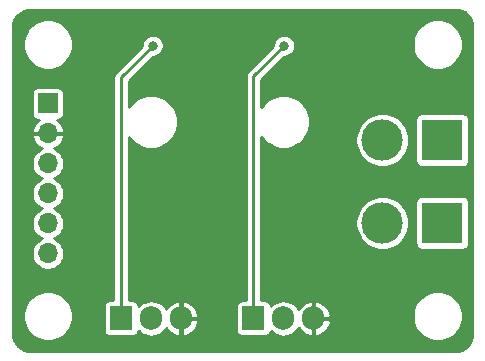
<source format=gbr>
G04 #@! TF.GenerationSoftware,KiCad,Pcbnew,(5.1.5)-3*
G04 #@! TF.CreationDate,2020-04-12T00:57:34+02:00*
G04 #@! TF.ProjectId,schinkli_pumps,73636869-6e6b-46c6-995f-70756d70732e,rev?*
G04 #@! TF.SameCoordinates,Original*
G04 #@! TF.FileFunction,Copper,L2,Bot*
G04 #@! TF.FilePolarity,Positive*
%FSLAX46Y46*%
G04 Gerber Fmt 4.6, Leading zero omitted, Abs format (unit mm)*
G04 Created by KiCad (PCBNEW (5.1.5)-3) date 2020-04-12 00:57:34*
%MOMM*%
%LPD*%
G04 APERTURE LIST*
%ADD10O,1.700000X1.700000*%
%ADD11R,1.700000X1.700000*%
%ADD12C,3.500120*%
%ADD13R,3.500120X3.500120*%
%ADD14O,1.905000X2.000000*%
%ADD15R,1.905000X2.000000*%
%ADD16C,0.800000*%
%ADD17C,0.250000*%
%ADD18C,0.254000*%
G04 APERTURE END LIST*
D10*
X53500000Y-121200000D03*
X53500000Y-118660000D03*
X53500000Y-116120000D03*
X53500000Y-113580000D03*
X53500000Y-111040000D03*
D11*
X53500000Y-108500000D03*
D12*
X81820000Y-118600000D03*
D13*
X86900000Y-118600000D03*
D12*
X81820000Y-111600000D03*
D13*
X86900000Y-111600000D03*
D14*
X75980000Y-126700000D03*
X73440000Y-126700000D03*
D15*
X70900000Y-126700000D03*
D14*
X64780000Y-126700000D03*
X62240000Y-126700000D03*
D15*
X59700000Y-126700000D03*
D16*
X75000000Y-107188000D03*
X75184000Y-117000000D03*
X77216000Y-107188000D03*
X77216000Y-109000000D03*
X66040000Y-109000000D03*
X66040000Y-111000000D03*
X63500000Y-113000000D03*
X60960000Y-113000000D03*
X60960000Y-115000000D03*
X63500000Y-115000000D03*
X75184000Y-115500000D03*
X77216000Y-115500000D03*
X77216000Y-111000000D03*
X62382400Y-103606600D03*
X73507600Y-103606600D03*
D17*
X59700000Y-106289000D02*
X59700000Y-126700000D01*
X62382400Y-103606600D02*
X59700000Y-106289000D01*
X70900000Y-106214200D02*
X70900000Y-126700000D01*
X73507600Y-103606600D02*
X70900000Y-106214200D01*
D18*
G36*
X88280737Y-100582173D02*
G01*
X88550779Y-100663704D01*
X88799845Y-100796134D01*
X89018444Y-100974420D01*
X89198254Y-101191772D01*
X89332416Y-101439900D01*
X89415832Y-101709374D01*
X89448000Y-102015432D01*
X89448001Y-127972997D01*
X89417827Y-128280733D01*
X89336297Y-128550778D01*
X89203863Y-128799848D01*
X89025582Y-129018442D01*
X88808228Y-129198254D01*
X88560100Y-129332416D01*
X88290626Y-129415832D01*
X87984568Y-129448000D01*
X52026992Y-129448000D01*
X51719267Y-129417827D01*
X51449222Y-129336297D01*
X51200152Y-129203863D01*
X50981558Y-129025582D01*
X50801746Y-128808228D01*
X50667584Y-128560100D01*
X50584168Y-128290626D01*
X50552000Y-127984568D01*
X50552000Y-126290509D01*
X51373000Y-126290509D01*
X51373000Y-126709491D01*
X51454739Y-127120423D01*
X51615077Y-127507512D01*
X51847851Y-127855884D01*
X52144116Y-128152149D01*
X52492488Y-128384923D01*
X52879577Y-128545261D01*
X53290509Y-128627000D01*
X53709491Y-128627000D01*
X54120423Y-128545261D01*
X54507512Y-128384923D01*
X54855884Y-128152149D01*
X55152149Y-127855884D01*
X55384923Y-127507512D01*
X55545261Y-127120423D01*
X55627000Y-126709491D01*
X55627000Y-126290509D01*
X55545261Y-125879577D01*
X55470878Y-125700000D01*
X58217951Y-125700000D01*
X58217951Y-127700000D01*
X58228126Y-127803310D01*
X58258261Y-127902650D01*
X58307196Y-127994202D01*
X58373052Y-128074448D01*
X58453298Y-128140304D01*
X58544850Y-128189239D01*
X58644190Y-128219374D01*
X58747500Y-128229549D01*
X60652500Y-128229549D01*
X60755810Y-128219374D01*
X60855150Y-128189239D01*
X60946702Y-128140304D01*
X61026948Y-128074448D01*
X61092804Y-127994202D01*
X61141739Y-127902650D01*
X61171874Y-127803310D01*
X61174088Y-127780831D01*
X61188774Y-127798726D01*
X61414058Y-127983611D01*
X61671082Y-128120993D01*
X61949968Y-128205592D01*
X62240000Y-128234158D01*
X62530033Y-128205592D01*
X62808919Y-128120993D01*
X63065943Y-127983611D01*
X63291226Y-127798726D01*
X63476111Y-127573442D01*
X63513191Y-127504070D01*
X63532378Y-127541951D01*
X63711340Y-127770085D01*
X63931370Y-127958922D01*
X64184013Y-128101204D01*
X64459559Y-128191464D01*
X64476736Y-128195585D01*
X64707000Y-128093272D01*
X64707000Y-126773000D01*
X64853000Y-126773000D01*
X64853000Y-128093272D01*
X65083264Y-128195585D01*
X65100441Y-128191464D01*
X65375987Y-128101204D01*
X65628630Y-127958922D01*
X65848660Y-127770085D01*
X66027622Y-127541951D01*
X66158639Y-127283287D01*
X66236676Y-127004033D01*
X66127122Y-126773000D01*
X64853000Y-126773000D01*
X64707000Y-126773000D01*
X64687000Y-126773000D01*
X64687000Y-126627000D01*
X64707000Y-126627000D01*
X64707000Y-125306728D01*
X64853000Y-125306728D01*
X64853000Y-126627000D01*
X66127122Y-126627000D01*
X66236676Y-126395967D01*
X66158639Y-126116713D01*
X66027622Y-125858049D01*
X65903639Y-125700000D01*
X69417951Y-125700000D01*
X69417951Y-127700000D01*
X69428126Y-127803310D01*
X69458261Y-127902650D01*
X69507196Y-127994202D01*
X69573052Y-128074448D01*
X69653298Y-128140304D01*
X69744850Y-128189239D01*
X69844190Y-128219374D01*
X69947500Y-128229549D01*
X71852500Y-128229549D01*
X71955810Y-128219374D01*
X72055150Y-128189239D01*
X72146702Y-128140304D01*
X72226948Y-128074448D01*
X72292804Y-127994202D01*
X72341739Y-127902650D01*
X72371874Y-127803310D01*
X72374088Y-127780831D01*
X72388774Y-127798726D01*
X72614058Y-127983611D01*
X72871082Y-128120993D01*
X73149968Y-128205592D01*
X73440000Y-128234158D01*
X73730033Y-128205592D01*
X74008919Y-128120993D01*
X74265943Y-127983611D01*
X74491226Y-127798726D01*
X74676111Y-127573442D01*
X74713191Y-127504070D01*
X74732378Y-127541951D01*
X74911340Y-127770085D01*
X75131370Y-127958922D01*
X75384013Y-128101204D01*
X75659559Y-128191464D01*
X75676736Y-128195585D01*
X75907000Y-128093272D01*
X75907000Y-126773000D01*
X76053000Y-126773000D01*
X76053000Y-128093272D01*
X76283264Y-128195585D01*
X76300441Y-128191464D01*
X76575987Y-128101204D01*
X76828630Y-127958922D01*
X77048660Y-127770085D01*
X77227622Y-127541951D01*
X77358639Y-127283287D01*
X77436676Y-127004033D01*
X77327122Y-126773000D01*
X76053000Y-126773000D01*
X75907000Y-126773000D01*
X75887000Y-126773000D01*
X75887000Y-126627000D01*
X75907000Y-126627000D01*
X75907000Y-125306728D01*
X76053000Y-125306728D01*
X76053000Y-126627000D01*
X77327122Y-126627000D01*
X77436676Y-126395967D01*
X77407206Y-126290509D01*
X84373000Y-126290509D01*
X84373000Y-126709491D01*
X84454739Y-127120423D01*
X84615077Y-127507512D01*
X84847851Y-127855884D01*
X85144116Y-128152149D01*
X85492488Y-128384923D01*
X85879577Y-128545261D01*
X86290509Y-128627000D01*
X86709491Y-128627000D01*
X87120423Y-128545261D01*
X87507512Y-128384923D01*
X87855884Y-128152149D01*
X88152149Y-127855884D01*
X88384923Y-127507512D01*
X88545261Y-127120423D01*
X88627000Y-126709491D01*
X88627000Y-126290509D01*
X88545261Y-125879577D01*
X88384923Y-125492488D01*
X88152149Y-125144116D01*
X87855884Y-124847851D01*
X87507512Y-124615077D01*
X87120423Y-124454739D01*
X86709491Y-124373000D01*
X86290509Y-124373000D01*
X85879577Y-124454739D01*
X85492488Y-124615077D01*
X85144116Y-124847851D01*
X84847851Y-125144116D01*
X84615077Y-125492488D01*
X84454739Y-125879577D01*
X84373000Y-126290509D01*
X77407206Y-126290509D01*
X77358639Y-126116713D01*
X77227622Y-125858049D01*
X77048660Y-125629915D01*
X76828630Y-125441078D01*
X76575987Y-125298796D01*
X76300441Y-125208536D01*
X76283264Y-125204415D01*
X76053000Y-125306728D01*
X75907000Y-125306728D01*
X75676736Y-125204415D01*
X75659559Y-125208536D01*
X75384013Y-125298796D01*
X75131370Y-125441078D01*
X74911340Y-125629915D01*
X74732378Y-125858049D01*
X74713191Y-125895929D01*
X74676111Y-125826557D01*
X74491226Y-125601274D01*
X74265942Y-125416389D01*
X74008918Y-125279007D01*
X73730032Y-125194408D01*
X73440000Y-125165842D01*
X73149967Y-125194408D01*
X72871081Y-125279007D01*
X72614057Y-125416389D01*
X72388774Y-125601274D01*
X72374088Y-125619169D01*
X72371874Y-125596690D01*
X72341739Y-125497350D01*
X72292804Y-125405798D01*
X72226948Y-125325552D01*
X72146702Y-125259696D01*
X72055150Y-125210761D01*
X71955810Y-125180626D01*
X71852500Y-125170451D01*
X71552000Y-125170451D01*
X71552000Y-118375729D01*
X79542940Y-118375729D01*
X79542940Y-118824271D01*
X79630446Y-119264194D01*
X79802095Y-119678593D01*
X80051292Y-120051541D01*
X80368459Y-120368708D01*
X80741407Y-120617905D01*
X81155806Y-120789554D01*
X81595729Y-120877060D01*
X82044271Y-120877060D01*
X82484194Y-120789554D01*
X82898593Y-120617905D01*
X83271541Y-120368708D01*
X83588708Y-120051541D01*
X83837905Y-119678593D01*
X84009554Y-119264194D01*
X84097060Y-118824271D01*
X84097060Y-118375729D01*
X84009554Y-117935806D01*
X83837905Y-117521407D01*
X83588708Y-117148459D01*
X83290189Y-116849940D01*
X84620391Y-116849940D01*
X84620391Y-120350060D01*
X84630566Y-120453370D01*
X84660701Y-120552710D01*
X84709636Y-120644262D01*
X84775492Y-120724508D01*
X84855738Y-120790364D01*
X84947290Y-120839299D01*
X85046630Y-120869434D01*
X85149940Y-120879609D01*
X88650060Y-120879609D01*
X88753370Y-120869434D01*
X88852710Y-120839299D01*
X88944262Y-120790364D01*
X89024508Y-120724508D01*
X89090364Y-120644262D01*
X89139299Y-120552710D01*
X89169434Y-120453370D01*
X89179609Y-120350060D01*
X89179609Y-116849940D01*
X89169434Y-116746630D01*
X89139299Y-116647290D01*
X89090364Y-116555738D01*
X89024508Y-116475492D01*
X88944262Y-116409636D01*
X88852710Y-116360701D01*
X88753370Y-116330566D01*
X88650060Y-116320391D01*
X85149940Y-116320391D01*
X85046630Y-116330566D01*
X84947290Y-116360701D01*
X84855738Y-116409636D01*
X84775492Y-116475492D01*
X84709636Y-116555738D01*
X84660701Y-116647290D01*
X84630566Y-116746630D01*
X84620391Y-116849940D01*
X83290189Y-116849940D01*
X83271541Y-116831292D01*
X82898593Y-116582095D01*
X82484194Y-116410446D01*
X82044271Y-116322940D01*
X81595729Y-116322940D01*
X81155806Y-116410446D01*
X80741407Y-116582095D01*
X80368459Y-116831292D01*
X80051292Y-117148459D01*
X79802095Y-117521407D01*
X79630446Y-117935806D01*
X79542940Y-118375729D01*
X71552000Y-118375729D01*
X71552000Y-111312900D01*
X71671339Y-111491503D01*
X71988497Y-111808661D01*
X72361436Y-112057851D01*
X72775824Y-112229496D01*
X73215735Y-112317000D01*
X73664265Y-112317000D01*
X74104176Y-112229496D01*
X74518564Y-112057851D01*
X74891503Y-111808661D01*
X75208661Y-111491503D01*
X75286018Y-111375729D01*
X79542940Y-111375729D01*
X79542940Y-111824271D01*
X79630446Y-112264194D01*
X79802095Y-112678593D01*
X80051292Y-113051541D01*
X80368459Y-113368708D01*
X80741407Y-113617905D01*
X81155806Y-113789554D01*
X81595729Y-113877060D01*
X82044271Y-113877060D01*
X82484194Y-113789554D01*
X82898593Y-113617905D01*
X83271541Y-113368708D01*
X83588708Y-113051541D01*
X83837905Y-112678593D01*
X84009554Y-112264194D01*
X84097060Y-111824271D01*
X84097060Y-111375729D01*
X84009554Y-110935806D01*
X83837905Y-110521407D01*
X83588708Y-110148459D01*
X83290189Y-109849940D01*
X84620391Y-109849940D01*
X84620391Y-113350060D01*
X84630566Y-113453370D01*
X84660701Y-113552710D01*
X84709636Y-113644262D01*
X84775492Y-113724508D01*
X84855738Y-113790364D01*
X84947290Y-113839299D01*
X85046630Y-113869434D01*
X85149940Y-113879609D01*
X88650060Y-113879609D01*
X88753370Y-113869434D01*
X88852710Y-113839299D01*
X88944262Y-113790364D01*
X89024508Y-113724508D01*
X89090364Y-113644262D01*
X89139299Y-113552710D01*
X89169434Y-113453370D01*
X89179609Y-113350060D01*
X89179609Y-109849940D01*
X89169434Y-109746630D01*
X89139299Y-109647290D01*
X89090364Y-109555738D01*
X89024508Y-109475492D01*
X88944262Y-109409636D01*
X88852710Y-109360701D01*
X88753370Y-109330566D01*
X88650060Y-109320391D01*
X85149940Y-109320391D01*
X85046630Y-109330566D01*
X84947290Y-109360701D01*
X84855738Y-109409636D01*
X84775492Y-109475492D01*
X84709636Y-109555738D01*
X84660701Y-109647290D01*
X84630566Y-109746630D01*
X84620391Y-109849940D01*
X83290189Y-109849940D01*
X83271541Y-109831292D01*
X82898593Y-109582095D01*
X82484194Y-109410446D01*
X82044271Y-109322940D01*
X81595729Y-109322940D01*
X81155806Y-109410446D01*
X80741407Y-109582095D01*
X80368459Y-109831292D01*
X80051292Y-110148459D01*
X79802095Y-110521407D01*
X79630446Y-110935806D01*
X79542940Y-111375729D01*
X75286018Y-111375729D01*
X75457851Y-111118564D01*
X75629496Y-110704176D01*
X75717000Y-110264265D01*
X75717000Y-109815735D01*
X75629496Y-109375824D01*
X75457851Y-108961436D01*
X75208661Y-108588497D01*
X74891503Y-108271339D01*
X74518564Y-108022149D01*
X74104176Y-107850504D01*
X73664265Y-107763000D01*
X73215735Y-107763000D01*
X72775824Y-107850504D01*
X72361436Y-108022149D01*
X71988497Y-108271339D01*
X71671339Y-108588497D01*
X71552000Y-108767100D01*
X71552000Y-106484266D01*
X73502667Y-104533600D01*
X73598901Y-104533600D01*
X73777996Y-104497976D01*
X73946699Y-104428096D01*
X74098528Y-104326648D01*
X74227648Y-104197528D01*
X74329096Y-104045699D01*
X74398976Y-103876996D01*
X74434600Y-103697901D01*
X74434600Y-103515299D01*
X74398976Y-103336204D01*
X74380049Y-103290509D01*
X84373000Y-103290509D01*
X84373000Y-103709491D01*
X84454739Y-104120423D01*
X84615077Y-104507512D01*
X84847851Y-104855884D01*
X85144116Y-105152149D01*
X85492488Y-105384923D01*
X85879577Y-105545261D01*
X86290509Y-105627000D01*
X86709491Y-105627000D01*
X87120423Y-105545261D01*
X87507512Y-105384923D01*
X87855884Y-105152149D01*
X88152149Y-104855884D01*
X88384923Y-104507512D01*
X88545261Y-104120423D01*
X88627000Y-103709491D01*
X88627000Y-103290509D01*
X88545261Y-102879577D01*
X88384923Y-102492488D01*
X88152149Y-102144116D01*
X87855884Y-101847851D01*
X87507512Y-101615077D01*
X87120423Y-101454739D01*
X86709491Y-101373000D01*
X86290509Y-101373000D01*
X85879577Y-101454739D01*
X85492488Y-101615077D01*
X85144116Y-101847851D01*
X84847851Y-102144116D01*
X84615077Y-102492488D01*
X84454739Y-102879577D01*
X84373000Y-103290509D01*
X74380049Y-103290509D01*
X74329096Y-103167501D01*
X74227648Y-103015672D01*
X74098528Y-102886552D01*
X73946699Y-102785104D01*
X73777996Y-102715224D01*
X73598901Y-102679600D01*
X73416299Y-102679600D01*
X73237204Y-102715224D01*
X73068501Y-102785104D01*
X72916672Y-102886552D01*
X72787552Y-103015672D01*
X72686104Y-103167501D01*
X72616224Y-103336204D01*
X72580600Y-103515299D01*
X72580600Y-103611533D01*
X70461619Y-105730515D01*
X70436736Y-105750936D01*
X70355259Y-105850217D01*
X70315278Y-105925017D01*
X70294717Y-105963484D01*
X70257435Y-106086386D01*
X70244846Y-106214200D01*
X70248000Y-106246222D01*
X70248001Y-125170451D01*
X69947500Y-125170451D01*
X69844190Y-125180626D01*
X69744850Y-125210761D01*
X69653298Y-125259696D01*
X69573052Y-125325552D01*
X69507196Y-125405798D01*
X69458261Y-125497350D01*
X69428126Y-125596690D01*
X69417951Y-125700000D01*
X65903639Y-125700000D01*
X65848660Y-125629915D01*
X65628630Y-125441078D01*
X65375987Y-125298796D01*
X65100441Y-125208536D01*
X65083264Y-125204415D01*
X64853000Y-125306728D01*
X64707000Y-125306728D01*
X64476736Y-125204415D01*
X64459559Y-125208536D01*
X64184013Y-125298796D01*
X63931370Y-125441078D01*
X63711340Y-125629915D01*
X63532378Y-125858049D01*
X63513191Y-125895929D01*
X63476111Y-125826557D01*
X63291226Y-125601274D01*
X63065942Y-125416389D01*
X62808918Y-125279007D01*
X62530032Y-125194408D01*
X62240000Y-125165842D01*
X61949967Y-125194408D01*
X61671081Y-125279007D01*
X61414057Y-125416389D01*
X61188774Y-125601274D01*
X61174088Y-125619169D01*
X61171874Y-125596690D01*
X61141739Y-125497350D01*
X61092804Y-125405798D01*
X61026948Y-125325552D01*
X60946702Y-125259696D01*
X60855150Y-125210761D01*
X60755810Y-125180626D01*
X60652500Y-125170451D01*
X60352000Y-125170451D01*
X60352000Y-111312900D01*
X60471339Y-111491503D01*
X60788497Y-111808661D01*
X61161436Y-112057851D01*
X61575824Y-112229496D01*
X62015735Y-112317000D01*
X62464265Y-112317000D01*
X62904176Y-112229496D01*
X63318564Y-112057851D01*
X63691503Y-111808661D01*
X64008661Y-111491503D01*
X64257851Y-111118564D01*
X64429496Y-110704176D01*
X64517000Y-110264265D01*
X64517000Y-109815735D01*
X64429496Y-109375824D01*
X64257851Y-108961436D01*
X64008661Y-108588497D01*
X63691503Y-108271339D01*
X63318564Y-108022149D01*
X62904176Y-107850504D01*
X62464265Y-107763000D01*
X62015735Y-107763000D01*
X61575824Y-107850504D01*
X61161436Y-108022149D01*
X60788497Y-108271339D01*
X60471339Y-108588497D01*
X60352000Y-108767100D01*
X60352000Y-106559066D01*
X62377467Y-104533600D01*
X62473701Y-104533600D01*
X62652796Y-104497976D01*
X62821499Y-104428096D01*
X62973328Y-104326648D01*
X63102448Y-104197528D01*
X63203896Y-104045699D01*
X63273776Y-103876996D01*
X63309400Y-103697901D01*
X63309400Y-103515299D01*
X63273776Y-103336204D01*
X63203896Y-103167501D01*
X63102448Y-103015672D01*
X62973328Y-102886552D01*
X62821499Y-102785104D01*
X62652796Y-102715224D01*
X62473701Y-102679600D01*
X62291099Y-102679600D01*
X62112004Y-102715224D01*
X61943301Y-102785104D01*
X61791472Y-102886552D01*
X61662352Y-103015672D01*
X61560904Y-103167501D01*
X61491024Y-103336204D01*
X61455400Y-103515299D01*
X61455400Y-103611533D01*
X59261619Y-105805315D01*
X59236736Y-105825736D01*
X59155259Y-105925017D01*
X59094718Y-106038283D01*
X59094717Y-106038284D01*
X59057435Y-106161186D01*
X59044846Y-106289000D01*
X59048000Y-106321022D01*
X59048001Y-125170451D01*
X58747500Y-125170451D01*
X58644190Y-125180626D01*
X58544850Y-125210761D01*
X58453298Y-125259696D01*
X58373052Y-125325552D01*
X58307196Y-125405798D01*
X58258261Y-125497350D01*
X58228126Y-125596690D01*
X58217951Y-125700000D01*
X55470878Y-125700000D01*
X55384923Y-125492488D01*
X55152149Y-125144116D01*
X54855884Y-124847851D01*
X54507512Y-124615077D01*
X54120423Y-124454739D01*
X53709491Y-124373000D01*
X53290509Y-124373000D01*
X52879577Y-124454739D01*
X52492488Y-124615077D01*
X52144116Y-124847851D01*
X51847851Y-125144116D01*
X51615077Y-125492488D01*
X51454739Y-125879577D01*
X51373000Y-126290509D01*
X50552000Y-126290509D01*
X50552000Y-113444377D01*
X52123000Y-113444377D01*
X52123000Y-113715623D01*
X52175917Y-113981656D01*
X52279718Y-114232254D01*
X52430414Y-114457787D01*
X52622213Y-114649586D01*
X52847746Y-114800282D01*
X52967776Y-114850000D01*
X52847746Y-114899718D01*
X52622213Y-115050414D01*
X52430414Y-115242213D01*
X52279718Y-115467746D01*
X52175917Y-115718344D01*
X52123000Y-115984377D01*
X52123000Y-116255623D01*
X52175917Y-116521656D01*
X52279718Y-116772254D01*
X52430414Y-116997787D01*
X52622213Y-117189586D01*
X52847746Y-117340282D01*
X52967776Y-117390000D01*
X52847746Y-117439718D01*
X52622213Y-117590414D01*
X52430414Y-117782213D01*
X52279718Y-118007746D01*
X52175917Y-118258344D01*
X52123000Y-118524377D01*
X52123000Y-118795623D01*
X52175917Y-119061656D01*
X52279718Y-119312254D01*
X52430414Y-119537787D01*
X52622213Y-119729586D01*
X52847746Y-119880282D01*
X52967776Y-119930000D01*
X52847746Y-119979718D01*
X52622213Y-120130414D01*
X52430414Y-120322213D01*
X52279718Y-120547746D01*
X52175917Y-120798344D01*
X52123000Y-121064377D01*
X52123000Y-121335623D01*
X52175917Y-121601656D01*
X52279718Y-121852254D01*
X52430414Y-122077787D01*
X52622213Y-122269586D01*
X52847746Y-122420282D01*
X53098344Y-122524083D01*
X53364377Y-122577000D01*
X53635623Y-122577000D01*
X53901656Y-122524083D01*
X54152254Y-122420282D01*
X54377787Y-122269586D01*
X54569586Y-122077787D01*
X54720282Y-121852254D01*
X54824083Y-121601656D01*
X54877000Y-121335623D01*
X54877000Y-121064377D01*
X54824083Y-120798344D01*
X54720282Y-120547746D01*
X54569586Y-120322213D01*
X54377787Y-120130414D01*
X54152254Y-119979718D01*
X54032224Y-119930000D01*
X54152254Y-119880282D01*
X54377787Y-119729586D01*
X54569586Y-119537787D01*
X54720282Y-119312254D01*
X54824083Y-119061656D01*
X54877000Y-118795623D01*
X54877000Y-118524377D01*
X54824083Y-118258344D01*
X54720282Y-118007746D01*
X54569586Y-117782213D01*
X54377787Y-117590414D01*
X54152254Y-117439718D01*
X54032224Y-117390000D01*
X54152254Y-117340282D01*
X54377787Y-117189586D01*
X54569586Y-116997787D01*
X54720282Y-116772254D01*
X54824083Y-116521656D01*
X54877000Y-116255623D01*
X54877000Y-115984377D01*
X54824083Y-115718344D01*
X54720282Y-115467746D01*
X54569586Y-115242213D01*
X54377787Y-115050414D01*
X54152254Y-114899718D01*
X54032224Y-114850000D01*
X54152254Y-114800282D01*
X54377787Y-114649586D01*
X54569586Y-114457787D01*
X54720282Y-114232254D01*
X54824083Y-113981656D01*
X54877000Y-113715623D01*
X54877000Y-113444377D01*
X54824083Y-113178344D01*
X54720282Y-112927746D01*
X54569586Y-112702213D01*
X54377787Y-112510414D01*
X54152254Y-112359718D01*
X54030441Y-112309261D01*
X54044422Y-112304809D01*
X54280713Y-112174295D01*
X54487002Y-112000190D01*
X54655361Y-111789186D01*
X54779320Y-111549391D01*
X54846715Y-111327209D01*
X54743108Y-111113000D01*
X53573000Y-111113000D01*
X53573000Y-111133000D01*
X53427000Y-111133000D01*
X53427000Y-111113000D01*
X52256892Y-111113000D01*
X52153285Y-111327209D01*
X52220680Y-111549391D01*
X52344639Y-111789186D01*
X52512998Y-112000190D01*
X52719287Y-112174295D01*
X52955578Y-112304809D01*
X52969559Y-112309261D01*
X52847746Y-112359718D01*
X52622213Y-112510414D01*
X52430414Y-112702213D01*
X52279718Y-112927746D01*
X52175917Y-113178344D01*
X52123000Y-113444377D01*
X50552000Y-113444377D01*
X50552000Y-107650000D01*
X52120451Y-107650000D01*
X52120451Y-109350000D01*
X52130626Y-109453310D01*
X52160761Y-109552650D01*
X52209696Y-109644202D01*
X52275552Y-109724448D01*
X52355798Y-109790304D01*
X52447350Y-109839239D01*
X52546690Y-109869374D01*
X52650000Y-109879549D01*
X52766642Y-109879549D01*
X52719287Y-109905705D01*
X52512998Y-110079810D01*
X52344639Y-110290814D01*
X52220680Y-110530609D01*
X52153285Y-110752791D01*
X52256892Y-110967000D01*
X53427000Y-110967000D01*
X53427000Y-110947000D01*
X53573000Y-110947000D01*
X53573000Y-110967000D01*
X54743108Y-110967000D01*
X54846715Y-110752791D01*
X54779320Y-110530609D01*
X54655361Y-110290814D01*
X54487002Y-110079810D01*
X54280713Y-109905705D01*
X54233358Y-109879549D01*
X54350000Y-109879549D01*
X54453310Y-109869374D01*
X54552650Y-109839239D01*
X54644202Y-109790304D01*
X54724448Y-109724448D01*
X54790304Y-109644202D01*
X54839239Y-109552650D01*
X54869374Y-109453310D01*
X54879549Y-109350000D01*
X54879549Y-107650000D01*
X54869374Y-107546690D01*
X54839239Y-107447350D01*
X54790304Y-107355798D01*
X54724448Y-107275552D01*
X54644202Y-107209696D01*
X54552650Y-107160761D01*
X54453310Y-107130626D01*
X54350000Y-107120451D01*
X52650000Y-107120451D01*
X52546690Y-107130626D01*
X52447350Y-107160761D01*
X52355798Y-107209696D01*
X52275552Y-107275552D01*
X52209696Y-107355798D01*
X52160761Y-107447350D01*
X52130626Y-107546690D01*
X52120451Y-107650000D01*
X50552000Y-107650000D01*
X50552000Y-103290509D01*
X51373000Y-103290509D01*
X51373000Y-103709491D01*
X51454739Y-104120423D01*
X51615077Y-104507512D01*
X51847851Y-104855884D01*
X52144116Y-105152149D01*
X52492488Y-105384923D01*
X52879577Y-105545261D01*
X53290509Y-105627000D01*
X53709491Y-105627000D01*
X54120423Y-105545261D01*
X54507512Y-105384923D01*
X54855884Y-105152149D01*
X55152149Y-104855884D01*
X55384923Y-104507512D01*
X55545261Y-104120423D01*
X55627000Y-103709491D01*
X55627000Y-103290509D01*
X55545261Y-102879577D01*
X55384923Y-102492488D01*
X55152149Y-102144116D01*
X54855884Y-101847851D01*
X54507512Y-101615077D01*
X54120423Y-101454739D01*
X53709491Y-101373000D01*
X53290509Y-101373000D01*
X52879577Y-101454739D01*
X52492488Y-101615077D01*
X52144116Y-101847851D01*
X51847851Y-102144116D01*
X51615077Y-102492488D01*
X51454739Y-102879577D01*
X51373000Y-103290509D01*
X50552000Y-103290509D01*
X50552000Y-102026992D01*
X50582173Y-101719263D01*
X50663704Y-101449221D01*
X50796134Y-101200155D01*
X50974420Y-100981556D01*
X51191772Y-100801746D01*
X51439900Y-100667584D01*
X51709374Y-100584168D01*
X52015432Y-100552000D01*
X87973008Y-100552000D01*
X88280737Y-100582173D01*
G37*
X88280737Y-100582173D02*
X88550779Y-100663704D01*
X88799845Y-100796134D01*
X89018444Y-100974420D01*
X89198254Y-101191772D01*
X89332416Y-101439900D01*
X89415832Y-101709374D01*
X89448000Y-102015432D01*
X89448001Y-127972997D01*
X89417827Y-128280733D01*
X89336297Y-128550778D01*
X89203863Y-128799848D01*
X89025582Y-129018442D01*
X88808228Y-129198254D01*
X88560100Y-129332416D01*
X88290626Y-129415832D01*
X87984568Y-129448000D01*
X52026992Y-129448000D01*
X51719267Y-129417827D01*
X51449222Y-129336297D01*
X51200152Y-129203863D01*
X50981558Y-129025582D01*
X50801746Y-128808228D01*
X50667584Y-128560100D01*
X50584168Y-128290626D01*
X50552000Y-127984568D01*
X50552000Y-126290509D01*
X51373000Y-126290509D01*
X51373000Y-126709491D01*
X51454739Y-127120423D01*
X51615077Y-127507512D01*
X51847851Y-127855884D01*
X52144116Y-128152149D01*
X52492488Y-128384923D01*
X52879577Y-128545261D01*
X53290509Y-128627000D01*
X53709491Y-128627000D01*
X54120423Y-128545261D01*
X54507512Y-128384923D01*
X54855884Y-128152149D01*
X55152149Y-127855884D01*
X55384923Y-127507512D01*
X55545261Y-127120423D01*
X55627000Y-126709491D01*
X55627000Y-126290509D01*
X55545261Y-125879577D01*
X55470878Y-125700000D01*
X58217951Y-125700000D01*
X58217951Y-127700000D01*
X58228126Y-127803310D01*
X58258261Y-127902650D01*
X58307196Y-127994202D01*
X58373052Y-128074448D01*
X58453298Y-128140304D01*
X58544850Y-128189239D01*
X58644190Y-128219374D01*
X58747500Y-128229549D01*
X60652500Y-128229549D01*
X60755810Y-128219374D01*
X60855150Y-128189239D01*
X60946702Y-128140304D01*
X61026948Y-128074448D01*
X61092804Y-127994202D01*
X61141739Y-127902650D01*
X61171874Y-127803310D01*
X61174088Y-127780831D01*
X61188774Y-127798726D01*
X61414058Y-127983611D01*
X61671082Y-128120993D01*
X61949968Y-128205592D01*
X62240000Y-128234158D01*
X62530033Y-128205592D01*
X62808919Y-128120993D01*
X63065943Y-127983611D01*
X63291226Y-127798726D01*
X63476111Y-127573442D01*
X63513191Y-127504070D01*
X63532378Y-127541951D01*
X63711340Y-127770085D01*
X63931370Y-127958922D01*
X64184013Y-128101204D01*
X64459559Y-128191464D01*
X64476736Y-128195585D01*
X64707000Y-128093272D01*
X64707000Y-126773000D01*
X64853000Y-126773000D01*
X64853000Y-128093272D01*
X65083264Y-128195585D01*
X65100441Y-128191464D01*
X65375987Y-128101204D01*
X65628630Y-127958922D01*
X65848660Y-127770085D01*
X66027622Y-127541951D01*
X66158639Y-127283287D01*
X66236676Y-127004033D01*
X66127122Y-126773000D01*
X64853000Y-126773000D01*
X64707000Y-126773000D01*
X64687000Y-126773000D01*
X64687000Y-126627000D01*
X64707000Y-126627000D01*
X64707000Y-125306728D01*
X64853000Y-125306728D01*
X64853000Y-126627000D01*
X66127122Y-126627000D01*
X66236676Y-126395967D01*
X66158639Y-126116713D01*
X66027622Y-125858049D01*
X65903639Y-125700000D01*
X69417951Y-125700000D01*
X69417951Y-127700000D01*
X69428126Y-127803310D01*
X69458261Y-127902650D01*
X69507196Y-127994202D01*
X69573052Y-128074448D01*
X69653298Y-128140304D01*
X69744850Y-128189239D01*
X69844190Y-128219374D01*
X69947500Y-128229549D01*
X71852500Y-128229549D01*
X71955810Y-128219374D01*
X72055150Y-128189239D01*
X72146702Y-128140304D01*
X72226948Y-128074448D01*
X72292804Y-127994202D01*
X72341739Y-127902650D01*
X72371874Y-127803310D01*
X72374088Y-127780831D01*
X72388774Y-127798726D01*
X72614058Y-127983611D01*
X72871082Y-128120993D01*
X73149968Y-128205592D01*
X73440000Y-128234158D01*
X73730033Y-128205592D01*
X74008919Y-128120993D01*
X74265943Y-127983611D01*
X74491226Y-127798726D01*
X74676111Y-127573442D01*
X74713191Y-127504070D01*
X74732378Y-127541951D01*
X74911340Y-127770085D01*
X75131370Y-127958922D01*
X75384013Y-128101204D01*
X75659559Y-128191464D01*
X75676736Y-128195585D01*
X75907000Y-128093272D01*
X75907000Y-126773000D01*
X76053000Y-126773000D01*
X76053000Y-128093272D01*
X76283264Y-128195585D01*
X76300441Y-128191464D01*
X76575987Y-128101204D01*
X76828630Y-127958922D01*
X77048660Y-127770085D01*
X77227622Y-127541951D01*
X77358639Y-127283287D01*
X77436676Y-127004033D01*
X77327122Y-126773000D01*
X76053000Y-126773000D01*
X75907000Y-126773000D01*
X75887000Y-126773000D01*
X75887000Y-126627000D01*
X75907000Y-126627000D01*
X75907000Y-125306728D01*
X76053000Y-125306728D01*
X76053000Y-126627000D01*
X77327122Y-126627000D01*
X77436676Y-126395967D01*
X77407206Y-126290509D01*
X84373000Y-126290509D01*
X84373000Y-126709491D01*
X84454739Y-127120423D01*
X84615077Y-127507512D01*
X84847851Y-127855884D01*
X85144116Y-128152149D01*
X85492488Y-128384923D01*
X85879577Y-128545261D01*
X86290509Y-128627000D01*
X86709491Y-128627000D01*
X87120423Y-128545261D01*
X87507512Y-128384923D01*
X87855884Y-128152149D01*
X88152149Y-127855884D01*
X88384923Y-127507512D01*
X88545261Y-127120423D01*
X88627000Y-126709491D01*
X88627000Y-126290509D01*
X88545261Y-125879577D01*
X88384923Y-125492488D01*
X88152149Y-125144116D01*
X87855884Y-124847851D01*
X87507512Y-124615077D01*
X87120423Y-124454739D01*
X86709491Y-124373000D01*
X86290509Y-124373000D01*
X85879577Y-124454739D01*
X85492488Y-124615077D01*
X85144116Y-124847851D01*
X84847851Y-125144116D01*
X84615077Y-125492488D01*
X84454739Y-125879577D01*
X84373000Y-126290509D01*
X77407206Y-126290509D01*
X77358639Y-126116713D01*
X77227622Y-125858049D01*
X77048660Y-125629915D01*
X76828630Y-125441078D01*
X76575987Y-125298796D01*
X76300441Y-125208536D01*
X76283264Y-125204415D01*
X76053000Y-125306728D01*
X75907000Y-125306728D01*
X75676736Y-125204415D01*
X75659559Y-125208536D01*
X75384013Y-125298796D01*
X75131370Y-125441078D01*
X74911340Y-125629915D01*
X74732378Y-125858049D01*
X74713191Y-125895929D01*
X74676111Y-125826557D01*
X74491226Y-125601274D01*
X74265942Y-125416389D01*
X74008918Y-125279007D01*
X73730032Y-125194408D01*
X73440000Y-125165842D01*
X73149967Y-125194408D01*
X72871081Y-125279007D01*
X72614057Y-125416389D01*
X72388774Y-125601274D01*
X72374088Y-125619169D01*
X72371874Y-125596690D01*
X72341739Y-125497350D01*
X72292804Y-125405798D01*
X72226948Y-125325552D01*
X72146702Y-125259696D01*
X72055150Y-125210761D01*
X71955810Y-125180626D01*
X71852500Y-125170451D01*
X71552000Y-125170451D01*
X71552000Y-118375729D01*
X79542940Y-118375729D01*
X79542940Y-118824271D01*
X79630446Y-119264194D01*
X79802095Y-119678593D01*
X80051292Y-120051541D01*
X80368459Y-120368708D01*
X80741407Y-120617905D01*
X81155806Y-120789554D01*
X81595729Y-120877060D01*
X82044271Y-120877060D01*
X82484194Y-120789554D01*
X82898593Y-120617905D01*
X83271541Y-120368708D01*
X83588708Y-120051541D01*
X83837905Y-119678593D01*
X84009554Y-119264194D01*
X84097060Y-118824271D01*
X84097060Y-118375729D01*
X84009554Y-117935806D01*
X83837905Y-117521407D01*
X83588708Y-117148459D01*
X83290189Y-116849940D01*
X84620391Y-116849940D01*
X84620391Y-120350060D01*
X84630566Y-120453370D01*
X84660701Y-120552710D01*
X84709636Y-120644262D01*
X84775492Y-120724508D01*
X84855738Y-120790364D01*
X84947290Y-120839299D01*
X85046630Y-120869434D01*
X85149940Y-120879609D01*
X88650060Y-120879609D01*
X88753370Y-120869434D01*
X88852710Y-120839299D01*
X88944262Y-120790364D01*
X89024508Y-120724508D01*
X89090364Y-120644262D01*
X89139299Y-120552710D01*
X89169434Y-120453370D01*
X89179609Y-120350060D01*
X89179609Y-116849940D01*
X89169434Y-116746630D01*
X89139299Y-116647290D01*
X89090364Y-116555738D01*
X89024508Y-116475492D01*
X88944262Y-116409636D01*
X88852710Y-116360701D01*
X88753370Y-116330566D01*
X88650060Y-116320391D01*
X85149940Y-116320391D01*
X85046630Y-116330566D01*
X84947290Y-116360701D01*
X84855738Y-116409636D01*
X84775492Y-116475492D01*
X84709636Y-116555738D01*
X84660701Y-116647290D01*
X84630566Y-116746630D01*
X84620391Y-116849940D01*
X83290189Y-116849940D01*
X83271541Y-116831292D01*
X82898593Y-116582095D01*
X82484194Y-116410446D01*
X82044271Y-116322940D01*
X81595729Y-116322940D01*
X81155806Y-116410446D01*
X80741407Y-116582095D01*
X80368459Y-116831292D01*
X80051292Y-117148459D01*
X79802095Y-117521407D01*
X79630446Y-117935806D01*
X79542940Y-118375729D01*
X71552000Y-118375729D01*
X71552000Y-111312900D01*
X71671339Y-111491503D01*
X71988497Y-111808661D01*
X72361436Y-112057851D01*
X72775824Y-112229496D01*
X73215735Y-112317000D01*
X73664265Y-112317000D01*
X74104176Y-112229496D01*
X74518564Y-112057851D01*
X74891503Y-111808661D01*
X75208661Y-111491503D01*
X75286018Y-111375729D01*
X79542940Y-111375729D01*
X79542940Y-111824271D01*
X79630446Y-112264194D01*
X79802095Y-112678593D01*
X80051292Y-113051541D01*
X80368459Y-113368708D01*
X80741407Y-113617905D01*
X81155806Y-113789554D01*
X81595729Y-113877060D01*
X82044271Y-113877060D01*
X82484194Y-113789554D01*
X82898593Y-113617905D01*
X83271541Y-113368708D01*
X83588708Y-113051541D01*
X83837905Y-112678593D01*
X84009554Y-112264194D01*
X84097060Y-111824271D01*
X84097060Y-111375729D01*
X84009554Y-110935806D01*
X83837905Y-110521407D01*
X83588708Y-110148459D01*
X83290189Y-109849940D01*
X84620391Y-109849940D01*
X84620391Y-113350060D01*
X84630566Y-113453370D01*
X84660701Y-113552710D01*
X84709636Y-113644262D01*
X84775492Y-113724508D01*
X84855738Y-113790364D01*
X84947290Y-113839299D01*
X85046630Y-113869434D01*
X85149940Y-113879609D01*
X88650060Y-113879609D01*
X88753370Y-113869434D01*
X88852710Y-113839299D01*
X88944262Y-113790364D01*
X89024508Y-113724508D01*
X89090364Y-113644262D01*
X89139299Y-113552710D01*
X89169434Y-113453370D01*
X89179609Y-113350060D01*
X89179609Y-109849940D01*
X89169434Y-109746630D01*
X89139299Y-109647290D01*
X89090364Y-109555738D01*
X89024508Y-109475492D01*
X88944262Y-109409636D01*
X88852710Y-109360701D01*
X88753370Y-109330566D01*
X88650060Y-109320391D01*
X85149940Y-109320391D01*
X85046630Y-109330566D01*
X84947290Y-109360701D01*
X84855738Y-109409636D01*
X84775492Y-109475492D01*
X84709636Y-109555738D01*
X84660701Y-109647290D01*
X84630566Y-109746630D01*
X84620391Y-109849940D01*
X83290189Y-109849940D01*
X83271541Y-109831292D01*
X82898593Y-109582095D01*
X82484194Y-109410446D01*
X82044271Y-109322940D01*
X81595729Y-109322940D01*
X81155806Y-109410446D01*
X80741407Y-109582095D01*
X80368459Y-109831292D01*
X80051292Y-110148459D01*
X79802095Y-110521407D01*
X79630446Y-110935806D01*
X79542940Y-111375729D01*
X75286018Y-111375729D01*
X75457851Y-111118564D01*
X75629496Y-110704176D01*
X75717000Y-110264265D01*
X75717000Y-109815735D01*
X75629496Y-109375824D01*
X75457851Y-108961436D01*
X75208661Y-108588497D01*
X74891503Y-108271339D01*
X74518564Y-108022149D01*
X74104176Y-107850504D01*
X73664265Y-107763000D01*
X73215735Y-107763000D01*
X72775824Y-107850504D01*
X72361436Y-108022149D01*
X71988497Y-108271339D01*
X71671339Y-108588497D01*
X71552000Y-108767100D01*
X71552000Y-106484266D01*
X73502667Y-104533600D01*
X73598901Y-104533600D01*
X73777996Y-104497976D01*
X73946699Y-104428096D01*
X74098528Y-104326648D01*
X74227648Y-104197528D01*
X74329096Y-104045699D01*
X74398976Y-103876996D01*
X74434600Y-103697901D01*
X74434600Y-103515299D01*
X74398976Y-103336204D01*
X74380049Y-103290509D01*
X84373000Y-103290509D01*
X84373000Y-103709491D01*
X84454739Y-104120423D01*
X84615077Y-104507512D01*
X84847851Y-104855884D01*
X85144116Y-105152149D01*
X85492488Y-105384923D01*
X85879577Y-105545261D01*
X86290509Y-105627000D01*
X86709491Y-105627000D01*
X87120423Y-105545261D01*
X87507512Y-105384923D01*
X87855884Y-105152149D01*
X88152149Y-104855884D01*
X88384923Y-104507512D01*
X88545261Y-104120423D01*
X88627000Y-103709491D01*
X88627000Y-103290509D01*
X88545261Y-102879577D01*
X88384923Y-102492488D01*
X88152149Y-102144116D01*
X87855884Y-101847851D01*
X87507512Y-101615077D01*
X87120423Y-101454739D01*
X86709491Y-101373000D01*
X86290509Y-101373000D01*
X85879577Y-101454739D01*
X85492488Y-101615077D01*
X85144116Y-101847851D01*
X84847851Y-102144116D01*
X84615077Y-102492488D01*
X84454739Y-102879577D01*
X84373000Y-103290509D01*
X74380049Y-103290509D01*
X74329096Y-103167501D01*
X74227648Y-103015672D01*
X74098528Y-102886552D01*
X73946699Y-102785104D01*
X73777996Y-102715224D01*
X73598901Y-102679600D01*
X73416299Y-102679600D01*
X73237204Y-102715224D01*
X73068501Y-102785104D01*
X72916672Y-102886552D01*
X72787552Y-103015672D01*
X72686104Y-103167501D01*
X72616224Y-103336204D01*
X72580600Y-103515299D01*
X72580600Y-103611533D01*
X70461619Y-105730515D01*
X70436736Y-105750936D01*
X70355259Y-105850217D01*
X70315278Y-105925017D01*
X70294717Y-105963484D01*
X70257435Y-106086386D01*
X70244846Y-106214200D01*
X70248000Y-106246222D01*
X70248001Y-125170451D01*
X69947500Y-125170451D01*
X69844190Y-125180626D01*
X69744850Y-125210761D01*
X69653298Y-125259696D01*
X69573052Y-125325552D01*
X69507196Y-125405798D01*
X69458261Y-125497350D01*
X69428126Y-125596690D01*
X69417951Y-125700000D01*
X65903639Y-125700000D01*
X65848660Y-125629915D01*
X65628630Y-125441078D01*
X65375987Y-125298796D01*
X65100441Y-125208536D01*
X65083264Y-125204415D01*
X64853000Y-125306728D01*
X64707000Y-125306728D01*
X64476736Y-125204415D01*
X64459559Y-125208536D01*
X64184013Y-125298796D01*
X63931370Y-125441078D01*
X63711340Y-125629915D01*
X63532378Y-125858049D01*
X63513191Y-125895929D01*
X63476111Y-125826557D01*
X63291226Y-125601274D01*
X63065942Y-125416389D01*
X62808918Y-125279007D01*
X62530032Y-125194408D01*
X62240000Y-125165842D01*
X61949967Y-125194408D01*
X61671081Y-125279007D01*
X61414057Y-125416389D01*
X61188774Y-125601274D01*
X61174088Y-125619169D01*
X61171874Y-125596690D01*
X61141739Y-125497350D01*
X61092804Y-125405798D01*
X61026948Y-125325552D01*
X60946702Y-125259696D01*
X60855150Y-125210761D01*
X60755810Y-125180626D01*
X60652500Y-125170451D01*
X60352000Y-125170451D01*
X60352000Y-111312900D01*
X60471339Y-111491503D01*
X60788497Y-111808661D01*
X61161436Y-112057851D01*
X61575824Y-112229496D01*
X62015735Y-112317000D01*
X62464265Y-112317000D01*
X62904176Y-112229496D01*
X63318564Y-112057851D01*
X63691503Y-111808661D01*
X64008661Y-111491503D01*
X64257851Y-111118564D01*
X64429496Y-110704176D01*
X64517000Y-110264265D01*
X64517000Y-109815735D01*
X64429496Y-109375824D01*
X64257851Y-108961436D01*
X64008661Y-108588497D01*
X63691503Y-108271339D01*
X63318564Y-108022149D01*
X62904176Y-107850504D01*
X62464265Y-107763000D01*
X62015735Y-107763000D01*
X61575824Y-107850504D01*
X61161436Y-108022149D01*
X60788497Y-108271339D01*
X60471339Y-108588497D01*
X60352000Y-108767100D01*
X60352000Y-106559066D01*
X62377467Y-104533600D01*
X62473701Y-104533600D01*
X62652796Y-104497976D01*
X62821499Y-104428096D01*
X62973328Y-104326648D01*
X63102448Y-104197528D01*
X63203896Y-104045699D01*
X63273776Y-103876996D01*
X63309400Y-103697901D01*
X63309400Y-103515299D01*
X63273776Y-103336204D01*
X63203896Y-103167501D01*
X63102448Y-103015672D01*
X62973328Y-102886552D01*
X62821499Y-102785104D01*
X62652796Y-102715224D01*
X62473701Y-102679600D01*
X62291099Y-102679600D01*
X62112004Y-102715224D01*
X61943301Y-102785104D01*
X61791472Y-102886552D01*
X61662352Y-103015672D01*
X61560904Y-103167501D01*
X61491024Y-103336204D01*
X61455400Y-103515299D01*
X61455400Y-103611533D01*
X59261619Y-105805315D01*
X59236736Y-105825736D01*
X59155259Y-105925017D01*
X59094718Y-106038283D01*
X59094717Y-106038284D01*
X59057435Y-106161186D01*
X59044846Y-106289000D01*
X59048000Y-106321022D01*
X59048001Y-125170451D01*
X58747500Y-125170451D01*
X58644190Y-125180626D01*
X58544850Y-125210761D01*
X58453298Y-125259696D01*
X58373052Y-125325552D01*
X58307196Y-125405798D01*
X58258261Y-125497350D01*
X58228126Y-125596690D01*
X58217951Y-125700000D01*
X55470878Y-125700000D01*
X55384923Y-125492488D01*
X55152149Y-125144116D01*
X54855884Y-124847851D01*
X54507512Y-124615077D01*
X54120423Y-124454739D01*
X53709491Y-124373000D01*
X53290509Y-124373000D01*
X52879577Y-124454739D01*
X52492488Y-124615077D01*
X52144116Y-124847851D01*
X51847851Y-125144116D01*
X51615077Y-125492488D01*
X51454739Y-125879577D01*
X51373000Y-126290509D01*
X50552000Y-126290509D01*
X50552000Y-113444377D01*
X52123000Y-113444377D01*
X52123000Y-113715623D01*
X52175917Y-113981656D01*
X52279718Y-114232254D01*
X52430414Y-114457787D01*
X52622213Y-114649586D01*
X52847746Y-114800282D01*
X52967776Y-114850000D01*
X52847746Y-114899718D01*
X52622213Y-115050414D01*
X52430414Y-115242213D01*
X52279718Y-115467746D01*
X52175917Y-115718344D01*
X52123000Y-115984377D01*
X52123000Y-116255623D01*
X52175917Y-116521656D01*
X52279718Y-116772254D01*
X52430414Y-116997787D01*
X52622213Y-117189586D01*
X52847746Y-117340282D01*
X52967776Y-117390000D01*
X52847746Y-117439718D01*
X52622213Y-117590414D01*
X52430414Y-117782213D01*
X52279718Y-118007746D01*
X52175917Y-118258344D01*
X52123000Y-118524377D01*
X52123000Y-118795623D01*
X52175917Y-119061656D01*
X52279718Y-119312254D01*
X52430414Y-119537787D01*
X52622213Y-119729586D01*
X52847746Y-119880282D01*
X52967776Y-119930000D01*
X52847746Y-119979718D01*
X52622213Y-120130414D01*
X52430414Y-120322213D01*
X52279718Y-120547746D01*
X52175917Y-120798344D01*
X52123000Y-121064377D01*
X52123000Y-121335623D01*
X52175917Y-121601656D01*
X52279718Y-121852254D01*
X52430414Y-122077787D01*
X52622213Y-122269586D01*
X52847746Y-122420282D01*
X53098344Y-122524083D01*
X53364377Y-122577000D01*
X53635623Y-122577000D01*
X53901656Y-122524083D01*
X54152254Y-122420282D01*
X54377787Y-122269586D01*
X54569586Y-122077787D01*
X54720282Y-121852254D01*
X54824083Y-121601656D01*
X54877000Y-121335623D01*
X54877000Y-121064377D01*
X54824083Y-120798344D01*
X54720282Y-120547746D01*
X54569586Y-120322213D01*
X54377787Y-120130414D01*
X54152254Y-119979718D01*
X54032224Y-119930000D01*
X54152254Y-119880282D01*
X54377787Y-119729586D01*
X54569586Y-119537787D01*
X54720282Y-119312254D01*
X54824083Y-119061656D01*
X54877000Y-118795623D01*
X54877000Y-118524377D01*
X54824083Y-118258344D01*
X54720282Y-118007746D01*
X54569586Y-117782213D01*
X54377787Y-117590414D01*
X54152254Y-117439718D01*
X54032224Y-117390000D01*
X54152254Y-117340282D01*
X54377787Y-117189586D01*
X54569586Y-116997787D01*
X54720282Y-116772254D01*
X54824083Y-116521656D01*
X54877000Y-116255623D01*
X54877000Y-115984377D01*
X54824083Y-115718344D01*
X54720282Y-115467746D01*
X54569586Y-115242213D01*
X54377787Y-115050414D01*
X54152254Y-114899718D01*
X54032224Y-114850000D01*
X54152254Y-114800282D01*
X54377787Y-114649586D01*
X54569586Y-114457787D01*
X54720282Y-114232254D01*
X54824083Y-113981656D01*
X54877000Y-113715623D01*
X54877000Y-113444377D01*
X54824083Y-113178344D01*
X54720282Y-112927746D01*
X54569586Y-112702213D01*
X54377787Y-112510414D01*
X54152254Y-112359718D01*
X54030441Y-112309261D01*
X54044422Y-112304809D01*
X54280713Y-112174295D01*
X54487002Y-112000190D01*
X54655361Y-111789186D01*
X54779320Y-111549391D01*
X54846715Y-111327209D01*
X54743108Y-111113000D01*
X53573000Y-111113000D01*
X53573000Y-111133000D01*
X53427000Y-111133000D01*
X53427000Y-111113000D01*
X52256892Y-111113000D01*
X52153285Y-111327209D01*
X52220680Y-111549391D01*
X52344639Y-111789186D01*
X52512998Y-112000190D01*
X52719287Y-112174295D01*
X52955578Y-112304809D01*
X52969559Y-112309261D01*
X52847746Y-112359718D01*
X52622213Y-112510414D01*
X52430414Y-112702213D01*
X52279718Y-112927746D01*
X52175917Y-113178344D01*
X52123000Y-113444377D01*
X50552000Y-113444377D01*
X50552000Y-107650000D01*
X52120451Y-107650000D01*
X52120451Y-109350000D01*
X52130626Y-109453310D01*
X52160761Y-109552650D01*
X52209696Y-109644202D01*
X52275552Y-109724448D01*
X52355798Y-109790304D01*
X52447350Y-109839239D01*
X52546690Y-109869374D01*
X52650000Y-109879549D01*
X52766642Y-109879549D01*
X52719287Y-109905705D01*
X52512998Y-110079810D01*
X52344639Y-110290814D01*
X52220680Y-110530609D01*
X52153285Y-110752791D01*
X52256892Y-110967000D01*
X53427000Y-110967000D01*
X53427000Y-110947000D01*
X53573000Y-110947000D01*
X53573000Y-110967000D01*
X54743108Y-110967000D01*
X54846715Y-110752791D01*
X54779320Y-110530609D01*
X54655361Y-110290814D01*
X54487002Y-110079810D01*
X54280713Y-109905705D01*
X54233358Y-109879549D01*
X54350000Y-109879549D01*
X54453310Y-109869374D01*
X54552650Y-109839239D01*
X54644202Y-109790304D01*
X54724448Y-109724448D01*
X54790304Y-109644202D01*
X54839239Y-109552650D01*
X54869374Y-109453310D01*
X54879549Y-109350000D01*
X54879549Y-107650000D01*
X54869374Y-107546690D01*
X54839239Y-107447350D01*
X54790304Y-107355798D01*
X54724448Y-107275552D01*
X54644202Y-107209696D01*
X54552650Y-107160761D01*
X54453310Y-107130626D01*
X54350000Y-107120451D01*
X52650000Y-107120451D01*
X52546690Y-107130626D01*
X52447350Y-107160761D01*
X52355798Y-107209696D01*
X52275552Y-107275552D01*
X52209696Y-107355798D01*
X52160761Y-107447350D01*
X52130626Y-107546690D01*
X52120451Y-107650000D01*
X50552000Y-107650000D01*
X50552000Y-103290509D01*
X51373000Y-103290509D01*
X51373000Y-103709491D01*
X51454739Y-104120423D01*
X51615077Y-104507512D01*
X51847851Y-104855884D01*
X52144116Y-105152149D01*
X52492488Y-105384923D01*
X52879577Y-105545261D01*
X53290509Y-105627000D01*
X53709491Y-105627000D01*
X54120423Y-105545261D01*
X54507512Y-105384923D01*
X54855884Y-105152149D01*
X55152149Y-104855884D01*
X55384923Y-104507512D01*
X55545261Y-104120423D01*
X55627000Y-103709491D01*
X55627000Y-103290509D01*
X55545261Y-102879577D01*
X55384923Y-102492488D01*
X55152149Y-102144116D01*
X54855884Y-101847851D01*
X54507512Y-101615077D01*
X54120423Y-101454739D01*
X53709491Y-101373000D01*
X53290509Y-101373000D01*
X52879577Y-101454739D01*
X52492488Y-101615077D01*
X52144116Y-101847851D01*
X51847851Y-102144116D01*
X51615077Y-102492488D01*
X51454739Y-102879577D01*
X51373000Y-103290509D01*
X50552000Y-103290509D01*
X50552000Y-102026992D01*
X50582173Y-101719263D01*
X50663704Y-101449221D01*
X50796134Y-101200155D01*
X50974420Y-100981556D01*
X51191772Y-100801746D01*
X51439900Y-100667584D01*
X51709374Y-100584168D01*
X52015432Y-100552000D01*
X87973008Y-100552000D01*
X88280737Y-100582173D01*
M02*

</source>
